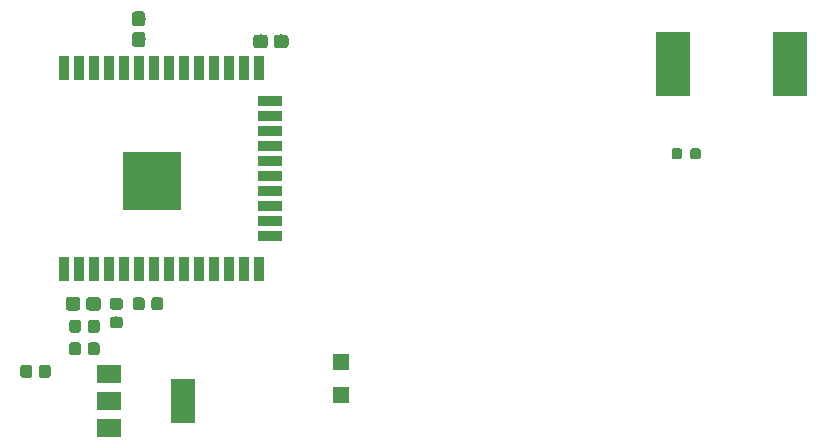
<source format=gbr>
G04 #@! TF.GenerationSoftware,KiCad,Pcbnew,5.1.4+dfsg1-1*
G04 #@! TF.CreationDate,2020-01-07T17:42:00+09:00*
G04 #@! TF.ProjectId,Drone,44726f6e-652e-46b6-9963-61645f706362,rev?*
G04 #@! TF.SameCoordinates,Original*
G04 #@! TF.FileFunction,Paste,Top*
G04 #@! TF.FilePolarity,Positive*
%FSLAX46Y46*%
G04 Gerber Fmt 4.6, Leading zero omitted, Abs format (unit mm)*
G04 Created by KiCad (PCBNEW 5.1.4+dfsg1-1) date 2020-01-07 17:42:00*
%MOMM*%
%LPD*%
G04 APERTURE LIST*
%ADD10R,0.900000X2.000000*%
%ADD11R,2.000000X0.900000*%
%ADD12R,5.000000X5.000000*%
%ADD13C,0.100000*%
%ADD14C,1.150000*%
%ADD15C,1.000000*%
%ADD16R,2.000000X1.500000*%
%ADD17R,2.000000X3.800000*%
%ADD18R,1.400000X1.400000*%
%ADD19R,2.900000X5.400000*%
%ADD20C,0.875000*%
G04 APERTURE END LIST*
D10*
X99695000Y-94370000D03*
X100965000Y-94370000D03*
X102235000Y-94370000D03*
X103505000Y-94370000D03*
X104775000Y-94370000D03*
X106045000Y-94370000D03*
X107315000Y-94370000D03*
X108585000Y-94370000D03*
X109855000Y-94370000D03*
X111125000Y-94370000D03*
X112395000Y-94370000D03*
X113665000Y-94370000D03*
X114935000Y-94370000D03*
X116205000Y-94370000D03*
D11*
X117205000Y-97155000D03*
X117205000Y-98425000D03*
X117205000Y-99695000D03*
X117205000Y-100965000D03*
X117205000Y-102235000D03*
X117205000Y-103505000D03*
X117205000Y-104775000D03*
X117205000Y-106045000D03*
X117205000Y-107315000D03*
X117205000Y-108585000D03*
D10*
X116205000Y-111370000D03*
X114935000Y-111370000D03*
X113665000Y-111370000D03*
X112395000Y-111370000D03*
X111125000Y-111370000D03*
X109855000Y-111370000D03*
X108585000Y-111370000D03*
X107315000Y-111370000D03*
X106045000Y-111370000D03*
X104775000Y-111370000D03*
X103505000Y-111370000D03*
X102235000Y-111370000D03*
X100965000Y-111370000D03*
X99695000Y-111370000D03*
D12*
X107195000Y-103870000D03*
D13*
G36*
X100850680Y-113726384D02*
G01*
X100878588Y-113730524D01*
X100905957Y-113737380D01*
X100932521Y-113746885D01*
X100958027Y-113758948D01*
X100982226Y-113773452D01*
X101004888Y-113790259D01*
X101025793Y-113809207D01*
X101044741Y-113830112D01*
X101061548Y-113852774D01*
X101076052Y-113876973D01*
X101088115Y-113902479D01*
X101097620Y-113929043D01*
X101104476Y-113956412D01*
X101108616Y-113984320D01*
X101110000Y-114012500D01*
X101110000Y-114587500D01*
X101108616Y-114615680D01*
X101104476Y-114643588D01*
X101097620Y-114670957D01*
X101088115Y-114697521D01*
X101076052Y-114723027D01*
X101061548Y-114747226D01*
X101044741Y-114769888D01*
X101025793Y-114790793D01*
X101004888Y-114809741D01*
X100982226Y-114826548D01*
X100958027Y-114841052D01*
X100932521Y-114853115D01*
X100905957Y-114862620D01*
X100878588Y-114869476D01*
X100850680Y-114873616D01*
X100822500Y-114875000D01*
X100147500Y-114875000D01*
X100119320Y-114873616D01*
X100091412Y-114869476D01*
X100064043Y-114862620D01*
X100037479Y-114853115D01*
X100011973Y-114841052D01*
X99987774Y-114826548D01*
X99965112Y-114809741D01*
X99944207Y-114790793D01*
X99925259Y-114769888D01*
X99908452Y-114747226D01*
X99893948Y-114723027D01*
X99881885Y-114697521D01*
X99872380Y-114670957D01*
X99865524Y-114643588D01*
X99861384Y-114615680D01*
X99860000Y-114587500D01*
X99860000Y-114012500D01*
X99861384Y-113984320D01*
X99865524Y-113956412D01*
X99872380Y-113929043D01*
X99881885Y-113902479D01*
X99893948Y-113876973D01*
X99908452Y-113852774D01*
X99925259Y-113830112D01*
X99944207Y-113809207D01*
X99965112Y-113790259D01*
X99987774Y-113773452D01*
X100011973Y-113758948D01*
X100037479Y-113746885D01*
X100064043Y-113737380D01*
X100091412Y-113730524D01*
X100119320Y-113726384D01*
X100147500Y-113725000D01*
X100822500Y-113725000D01*
X100850680Y-113726384D01*
X100850680Y-113726384D01*
G37*
D14*
X100485000Y-114300000D03*
D13*
G36*
X102600680Y-113726384D02*
G01*
X102628588Y-113730524D01*
X102655957Y-113737380D01*
X102682521Y-113746885D01*
X102708027Y-113758948D01*
X102732226Y-113773452D01*
X102754888Y-113790259D01*
X102775793Y-113809207D01*
X102794741Y-113830112D01*
X102811548Y-113852774D01*
X102826052Y-113876973D01*
X102838115Y-113902479D01*
X102847620Y-113929043D01*
X102854476Y-113956412D01*
X102858616Y-113984320D01*
X102860000Y-114012500D01*
X102860000Y-114587500D01*
X102858616Y-114615680D01*
X102854476Y-114643588D01*
X102847620Y-114670957D01*
X102838115Y-114697521D01*
X102826052Y-114723027D01*
X102811548Y-114747226D01*
X102794741Y-114769888D01*
X102775793Y-114790793D01*
X102754888Y-114809741D01*
X102732226Y-114826548D01*
X102708027Y-114841052D01*
X102682521Y-114853115D01*
X102655957Y-114862620D01*
X102628588Y-114869476D01*
X102600680Y-114873616D01*
X102572500Y-114875000D01*
X101897500Y-114875000D01*
X101869320Y-114873616D01*
X101841412Y-114869476D01*
X101814043Y-114862620D01*
X101787479Y-114853115D01*
X101761973Y-114841052D01*
X101737774Y-114826548D01*
X101715112Y-114809741D01*
X101694207Y-114790793D01*
X101675259Y-114769888D01*
X101658452Y-114747226D01*
X101643948Y-114723027D01*
X101631885Y-114697521D01*
X101622380Y-114670957D01*
X101615524Y-114643588D01*
X101611384Y-114615680D01*
X101610000Y-114587500D01*
X101610000Y-114012500D01*
X101611384Y-113984320D01*
X101615524Y-113956412D01*
X101622380Y-113929043D01*
X101631885Y-113902479D01*
X101643948Y-113876973D01*
X101658452Y-113852774D01*
X101675259Y-113830112D01*
X101694207Y-113809207D01*
X101715112Y-113790259D01*
X101737774Y-113773452D01*
X101761973Y-113758948D01*
X101787479Y-113746885D01*
X101814043Y-113737380D01*
X101841412Y-113730524D01*
X101869320Y-113726384D01*
X101897500Y-113725000D01*
X102572500Y-113725000D01*
X102600680Y-113726384D01*
X102600680Y-113726384D01*
G37*
D14*
X102235000Y-114300000D03*
D13*
G36*
X102509504Y-117561204D02*
G01*
X102533773Y-117564804D01*
X102557571Y-117570765D01*
X102580671Y-117579030D01*
X102602849Y-117589520D01*
X102623893Y-117602133D01*
X102643598Y-117616747D01*
X102661777Y-117633223D01*
X102678253Y-117651402D01*
X102692867Y-117671107D01*
X102705480Y-117692151D01*
X102715970Y-117714329D01*
X102724235Y-117737429D01*
X102730196Y-117761227D01*
X102733796Y-117785496D01*
X102735000Y-117810000D01*
X102735000Y-118410000D01*
X102733796Y-118434504D01*
X102730196Y-118458773D01*
X102724235Y-118482571D01*
X102715970Y-118505671D01*
X102705480Y-118527849D01*
X102692867Y-118548893D01*
X102678253Y-118568598D01*
X102661777Y-118586777D01*
X102643598Y-118603253D01*
X102623893Y-118617867D01*
X102602849Y-118630480D01*
X102580671Y-118640970D01*
X102557571Y-118649235D01*
X102533773Y-118655196D01*
X102509504Y-118658796D01*
X102485000Y-118660000D01*
X101985000Y-118660000D01*
X101960496Y-118658796D01*
X101936227Y-118655196D01*
X101912429Y-118649235D01*
X101889329Y-118640970D01*
X101867151Y-118630480D01*
X101846107Y-118617867D01*
X101826402Y-118603253D01*
X101808223Y-118586777D01*
X101791747Y-118568598D01*
X101777133Y-118548893D01*
X101764520Y-118527849D01*
X101754030Y-118505671D01*
X101745765Y-118482571D01*
X101739804Y-118458773D01*
X101736204Y-118434504D01*
X101735000Y-118410000D01*
X101735000Y-117810000D01*
X101736204Y-117785496D01*
X101739804Y-117761227D01*
X101745765Y-117737429D01*
X101754030Y-117714329D01*
X101764520Y-117692151D01*
X101777133Y-117671107D01*
X101791747Y-117651402D01*
X101808223Y-117633223D01*
X101826402Y-117616747D01*
X101846107Y-117602133D01*
X101867151Y-117589520D01*
X101889329Y-117579030D01*
X101912429Y-117570765D01*
X101936227Y-117564804D01*
X101960496Y-117561204D01*
X101985000Y-117560000D01*
X102485000Y-117560000D01*
X102509504Y-117561204D01*
X102509504Y-117561204D01*
G37*
D15*
X102235000Y-118110000D03*
D13*
G36*
X100934504Y-117561204D02*
G01*
X100958773Y-117564804D01*
X100982571Y-117570765D01*
X101005671Y-117579030D01*
X101027849Y-117589520D01*
X101048893Y-117602133D01*
X101068598Y-117616747D01*
X101086777Y-117633223D01*
X101103253Y-117651402D01*
X101117867Y-117671107D01*
X101130480Y-117692151D01*
X101140970Y-117714329D01*
X101149235Y-117737429D01*
X101155196Y-117761227D01*
X101158796Y-117785496D01*
X101160000Y-117810000D01*
X101160000Y-118410000D01*
X101158796Y-118434504D01*
X101155196Y-118458773D01*
X101149235Y-118482571D01*
X101140970Y-118505671D01*
X101130480Y-118527849D01*
X101117867Y-118548893D01*
X101103253Y-118568598D01*
X101086777Y-118586777D01*
X101068598Y-118603253D01*
X101048893Y-118617867D01*
X101027849Y-118630480D01*
X101005671Y-118640970D01*
X100982571Y-118649235D01*
X100958773Y-118655196D01*
X100934504Y-118658796D01*
X100910000Y-118660000D01*
X100410000Y-118660000D01*
X100385496Y-118658796D01*
X100361227Y-118655196D01*
X100337429Y-118649235D01*
X100314329Y-118640970D01*
X100292151Y-118630480D01*
X100271107Y-118617867D01*
X100251402Y-118603253D01*
X100233223Y-118586777D01*
X100216747Y-118568598D01*
X100202133Y-118548893D01*
X100189520Y-118527849D01*
X100179030Y-118505671D01*
X100170765Y-118482571D01*
X100164804Y-118458773D01*
X100161204Y-118434504D01*
X100160000Y-118410000D01*
X100160000Y-117810000D01*
X100161204Y-117785496D01*
X100164804Y-117761227D01*
X100170765Y-117737429D01*
X100179030Y-117714329D01*
X100189520Y-117692151D01*
X100202133Y-117671107D01*
X100216747Y-117651402D01*
X100233223Y-117633223D01*
X100251402Y-117616747D01*
X100271107Y-117602133D01*
X100292151Y-117589520D01*
X100314329Y-117579030D01*
X100337429Y-117570765D01*
X100361227Y-117564804D01*
X100385496Y-117561204D01*
X100410000Y-117560000D01*
X100910000Y-117560000D01*
X100934504Y-117561204D01*
X100934504Y-117561204D01*
G37*
D15*
X100660000Y-118110000D03*
D13*
G36*
X100934504Y-115656204D02*
G01*
X100958773Y-115659804D01*
X100982571Y-115665765D01*
X101005671Y-115674030D01*
X101027849Y-115684520D01*
X101048893Y-115697133D01*
X101068598Y-115711747D01*
X101086777Y-115728223D01*
X101103253Y-115746402D01*
X101117867Y-115766107D01*
X101130480Y-115787151D01*
X101140970Y-115809329D01*
X101149235Y-115832429D01*
X101155196Y-115856227D01*
X101158796Y-115880496D01*
X101160000Y-115905000D01*
X101160000Y-116505000D01*
X101158796Y-116529504D01*
X101155196Y-116553773D01*
X101149235Y-116577571D01*
X101140970Y-116600671D01*
X101130480Y-116622849D01*
X101117867Y-116643893D01*
X101103253Y-116663598D01*
X101086777Y-116681777D01*
X101068598Y-116698253D01*
X101048893Y-116712867D01*
X101027849Y-116725480D01*
X101005671Y-116735970D01*
X100982571Y-116744235D01*
X100958773Y-116750196D01*
X100934504Y-116753796D01*
X100910000Y-116755000D01*
X100410000Y-116755000D01*
X100385496Y-116753796D01*
X100361227Y-116750196D01*
X100337429Y-116744235D01*
X100314329Y-116735970D01*
X100292151Y-116725480D01*
X100271107Y-116712867D01*
X100251402Y-116698253D01*
X100233223Y-116681777D01*
X100216747Y-116663598D01*
X100202133Y-116643893D01*
X100189520Y-116622849D01*
X100179030Y-116600671D01*
X100170765Y-116577571D01*
X100164804Y-116553773D01*
X100161204Y-116529504D01*
X100160000Y-116505000D01*
X100160000Y-115905000D01*
X100161204Y-115880496D01*
X100164804Y-115856227D01*
X100170765Y-115832429D01*
X100179030Y-115809329D01*
X100189520Y-115787151D01*
X100202133Y-115766107D01*
X100216747Y-115746402D01*
X100233223Y-115728223D01*
X100251402Y-115711747D01*
X100271107Y-115697133D01*
X100292151Y-115684520D01*
X100314329Y-115674030D01*
X100337429Y-115665765D01*
X100361227Y-115659804D01*
X100385496Y-115656204D01*
X100410000Y-115655000D01*
X100910000Y-115655000D01*
X100934504Y-115656204D01*
X100934504Y-115656204D01*
G37*
D15*
X100660000Y-116205000D03*
D13*
G36*
X102509504Y-115656204D02*
G01*
X102533773Y-115659804D01*
X102557571Y-115665765D01*
X102580671Y-115674030D01*
X102602849Y-115684520D01*
X102623893Y-115697133D01*
X102643598Y-115711747D01*
X102661777Y-115728223D01*
X102678253Y-115746402D01*
X102692867Y-115766107D01*
X102705480Y-115787151D01*
X102715970Y-115809329D01*
X102724235Y-115832429D01*
X102730196Y-115856227D01*
X102733796Y-115880496D01*
X102735000Y-115905000D01*
X102735000Y-116505000D01*
X102733796Y-116529504D01*
X102730196Y-116553773D01*
X102724235Y-116577571D01*
X102715970Y-116600671D01*
X102705480Y-116622849D01*
X102692867Y-116643893D01*
X102678253Y-116663598D01*
X102661777Y-116681777D01*
X102643598Y-116698253D01*
X102623893Y-116712867D01*
X102602849Y-116725480D01*
X102580671Y-116735970D01*
X102557571Y-116744235D01*
X102533773Y-116750196D01*
X102509504Y-116753796D01*
X102485000Y-116755000D01*
X101985000Y-116755000D01*
X101960496Y-116753796D01*
X101936227Y-116750196D01*
X101912429Y-116744235D01*
X101889329Y-116735970D01*
X101867151Y-116725480D01*
X101846107Y-116712867D01*
X101826402Y-116698253D01*
X101808223Y-116681777D01*
X101791747Y-116663598D01*
X101777133Y-116643893D01*
X101764520Y-116622849D01*
X101754030Y-116600671D01*
X101745765Y-116577571D01*
X101739804Y-116553773D01*
X101736204Y-116529504D01*
X101735000Y-116505000D01*
X101735000Y-115905000D01*
X101736204Y-115880496D01*
X101739804Y-115856227D01*
X101745765Y-115832429D01*
X101754030Y-115809329D01*
X101764520Y-115787151D01*
X101777133Y-115766107D01*
X101791747Y-115746402D01*
X101808223Y-115728223D01*
X101826402Y-115711747D01*
X101846107Y-115697133D01*
X101867151Y-115684520D01*
X101889329Y-115674030D01*
X101912429Y-115665765D01*
X101936227Y-115659804D01*
X101960496Y-115656204D01*
X101985000Y-115655000D01*
X102485000Y-115655000D01*
X102509504Y-115656204D01*
X102509504Y-115656204D01*
G37*
D15*
X102235000Y-116205000D03*
D13*
G36*
X107894504Y-113751204D02*
G01*
X107918773Y-113754804D01*
X107942571Y-113760765D01*
X107965671Y-113769030D01*
X107987849Y-113779520D01*
X108008893Y-113792133D01*
X108028598Y-113806747D01*
X108046777Y-113823223D01*
X108063253Y-113841402D01*
X108077867Y-113861107D01*
X108090480Y-113882151D01*
X108100970Y-113904329D01*
X108109235Y-113927429D01*
X108115196Y-113951227D01*
X108118796Y-113975496D01*
X108120000Y-114000000D01*
X108120000Y-114600000D01*
X108118796Y-114624504D01*
X108115196Y-114648773D01*
X108109235Y-114672571D01*
X108100970Y-114695671D01*
X108090480Y-114717849D01*
X108077867Y-114738893D01*
X108063253Y-114758598D01*
X108046777Y-114776777D01*
X108028598Y-114793253D01*
X108008893Y-114807867D01*
X107987849Y-114820480D01*
X107965671Y-114830970D01*
X107942571Y-114839235D01*
X107918773Y-114845196D01*
X107894504Y-114848796D01*
X107870000Y-114850000D01*
X107370000Y-114850000D01*
X107345496Y-114848796D01*
X107321227Y-114845196D01*
X107297429Y-114839235D01*
X107274329Y-114830970D01*
X107252151Y-114820480D01*
X107231107Y-114807867D01*
X107211402Y-114793253D01*
X107193223Y-114776777D01*
X107176747Y-114758598D01*
X107162133Y-114738893D01*
X107149520Y-114717849D01*
X107139030Y-114695671D01*
X107130765Y-114672571D01*
X107124804Y-114648773D01*
X107121204Y-114624504D01*
X107120000Y-114600000D01*
X107120000Y-114000000D01*
X107121204Y-113975496D01*
X107124804Y-113951227D01*
X107130765Y-113927429D01*
X107139030Y-113904329D01*
X107149520Y-113882151D01*
X107162133Y-113861107D01*
X107176747Y-113841402D01*
X107193223Y-113823223D01*
X107211402Y-113806747D01*
X107231107Y-113792133D01*
X107252151Y-113779520D01*
X107274329Y-113769030D01*
X107297429Y-113760765D01*
X107321227Y-113754804D01*
X107345496Y-113751204D01*
X107370000Y-113750000D01*
X107870000Y-113750000D01*
X107894504Y-113751204D01*
X107894504Y-113751204D01*
G37*
D15*
X107620000Y-114300000D03*
D13*
G36*
X106319504Y-113751204D02*
G01*
X106343773Y-113754804D01*
X106367571Y-113760765D01*
X106390671Y-113769030D01*
X106412849Y-113779520D01*
X106433893Y-113792133D01*
X106453598Y-113806747D01*
X106471777Y-113823223D01*
X106488253Y-113841402D01*
X106502867Y-113861107D01*
X106515480Y-113882151D01*
X106525970Y-113904329D01*
X106534235Y-113927429D01*
X106540196Y-113951227D01*
X106543796Y-113975496D01*
X106545000Y-114000000D01*
X106545000Y-114600000D01*
X106543796Y-114624504D01*
X106540196Y-114648773D01*
X106534235Y-114672571D01*
X106525970Y-114695671D01*
X106515480Y-114717849D01*
X106502867Y-114738893D01*
X106488253Y-114758598D01*
X106471777Y-114776777D01*
X106453598Y-114793253D01*
X106433893Y-114807867D01*
X106412849Y-114820480D01*
X106390671Y-114830970D01*
X106367571Y-114839235D01*
X106343773Y-114845196D01*
X106319504Y-114848796D01*
X106295000Y-114850000D01*
X105795000Y-114850000D01*
X105770496Y-114848796D01*
X105746227Y-114845196D01*
X105722429Y-114839235D01*
X105699329Y-114830970D01*
X105677151Y-114820480D01*
X105656107Y-114807867D01*
X105636402Y-114793253D01*
X105618223Y-114776777D01*
X105601747Y-114758598D01*
X105587133Y-114738893D01*
X105574520Y-114717849D01*
X105564030Y-114695671D01*
X105555765Y-114672571D01*
X105549804Y-114648773D01*
X105546204Y-114624504D01*
X105545000Y-114600000D01*
X105545000Y-114000000D01*
X105546204Y-113975496D01*
X105549804Y-113951227D01*
X105555765Y-113927429D01*
X105564030Y-113904329D01*
X105574520Y-113882151D01*
X105587133Y-113861107D01*
X105601747Y-113841402D01*
X105618223Y-113823223D01*
X105636402Y-113806747D01*
X105656107Y-113792133D01*
X105677151Y-113779520D01*
X105699329Y-113769030D01*
X105722429Y-113760765D01*
X105746227Y-113754804D01*
X105770496Y-113751204D01*
X105795000Y-113750000D01*
X106295000Y-113750000D01*
X106319504Y-113751204D01*
X106319504Y-113751204D01*
G37*
D15*
X106045000Y-114300000D03*
D13*
G36*
X104464504Y-115376204D02*
G01*
X104488773Y-115379804D01*
X104512571Y-115385765D01*
X104535671Y-115394030D01*
X104557849Y-115404520D01*
X104578893Y-115417133D01*
X104598598Y-115431747D01*
X104616777Y-115448223D01*
X104633253Y-115466402D01*
X104647867Y-115486107D01*
X104660480Y-115507151D01*
X104670970Y-115529329D01*
X104679235Y-115552429D01*
X104685196Y-115576227D01*
X104688796Y-115600496D01*
X104690000Y-115625000D01*
X104690000Y-116125000D01*
X104688796Y-116149504D01*
X104685196Y-116173773D01*
X104679235Y-116197571D01*
X104670970Y-116220671D01*
X104660480Y-116242849D01*
X104647867Y-116263893D01*
X104633253Y-116283598D01*
X104616777Y-116301777D01*
X104598598Y-116318253D01*
X104578893Y-116332867D01*
X104557849Y-116345480D01*
X104535671Y-116355970D01*
X104512571Y-116364235D01*
X104488773Y-116370196D01*
X104464504Y-116373796D01*
X104440000Y-116375000D01*
X103840000Y-116375000D01*
X103815496Y-116373796D01*
X103791227Y-116370196D01*
X103767429Y-116364235D01*
X103744329Y-116355970D01*
X103722151Y-116345480D01*
X103701107Y-116332867D01*
X103681402Y-116318253D01*
X103663223Y-116301777D01*
X103646747Y-116283598D01*
X103632133Y-116263893D01*
X103619520Y-116242849D01*
X103609030Y-116220671D01*
X103600765Y-116197571D01*
X103594804Y-116173773D01*
X103591204Y-116149504D01*
X103590000Y-116125000D01*
X103590000Y-115625000D01*
X103591204Y-115600496D01*
X103594804Y-115576227D01*
X103600765Y-115552429D01*
X103609030Y-115529329D01*
X103619520Y-115507151D01*
X103632133Y-115486107D01*
X103646747Y-115466402D01*
X103663223Y-115448223D01*
X103681402Y-115431747D01*
X103701107Y-115417133D01*
X103722151Y-115404520D01*
X103744329Y-115394030D01*
X103767429Y-115385765D01*
X103791227Y-115379804D01*
X103815496Y-115376204D01*
X103840000Y-115375000D01*
X104440000Y-115375000D01*
X104464504Y-115376204D01*
X104464504Y-115376204D01*
G37*
D15*
X104140000Y-115875000D03*
D13*
G36*
X104464504Y-113801204D02*
G01*
X104488773Y-113804804D01*
X104512571Y-113810765D01*
X104535671Y-113819030D01*
X104557849Y-113829520D01*
X104578893Y-113842133D01*
X104598598Y-113856747D01*
X104616777Y-113873223D01*
X104633253Y-113891402D01*
X104647867Y-113911107D01*
X104660480Y-113932151D01*
X104670970Y-113954329D01*
X104679235Y-113977429D01*
X104685196Y-114001227D01*
X104688796Y-114025496D01*
X104690000Y-114050000D01*
X104690000Y-114550000D01*
X104688796Y-114574504D01*
X104685196Y-114598773D01*
X104679235Y-114622571D01*
X104670970Y-114645671D01*
X104660480Y-114667849D01*
X104647867Y-114688893D01*
X104633253Y-114708598D01*
X104616777Y-114726777D01*
X104598598Y-114743253D01*
X104578893Y-114757867D01*
X104557849Y-114770480D01*
X104535671Y-114780970D01*
X104512571Y-114789235D01*
X104488773Y-114795196D01*
X104464504Y-114798796D01*
X104440000Y-114800000D01*
X103840000Y-114800000D01*
X103815496Y-114798796D01*
X103791227Y-114795196D01*
X103767429Y-114789235D01*
X103744329Y-114780970D01*
X103722151Y-114770480D01*
X103701107Y-114757867D01*
X103681402Y-114743253D01*
X103663223Y-114726777D01*
X103646747Y-114708598D01*
X103632133Y-114688893D01*
X103619520Y-114667849D01*
X103609030Y-114645671D01*
X103600765Y-114622571D01*
X103594804Y-114598773D01*
X103591204Y-114574504D01*
X103590000Y-114550000D01*
X103590000Y-114050000D01*
X103591204Y-114025496D01*
X103594804Y-114001227D01*
X103600765Y-113977429D01*
X103609030Y-113954329D01*
X103619520Y-113932151D01*
X103632133Y-113911107D01*
X103646747Y-113891402D01*
X103663223Y-113873223D01*
X103681402Y-113856747D01*
X103701107Y-113842133D01*
X103722151Y-113829520D01*
X103744329Y-113819030D01*
X103767429Y-113810765D01*
X103791227Y-113804804D01*
X103815496Y-113801204D01*
X103840000Y-113800000D01*
X104440000Y-113800000D01*
X104464504Y-113801204D01*
X104464504Y-113801204D01*
G37*
D15*
X104140000Y-114300000D03*
D13*
G36*
X116725680Y-91501384D02*
G01*
X116753588Y-91505524D01*
X116780957Y-91512380D01*
X116807521Y-91521885D01*
X116833027Y-91533948D01*
X116857226Y-91548452D01*
X116879888Y-91565259D01*
X116900793Y-91584207D01*
X116919741Y-91605112D01*
X116936548Y-91627774D01*
X116951052Y-91651973D01*
X116963115Y-91677479D01*
X116972620Y-91704043D01*
X116979476Y-91731412D01*
X116983616Y-91759320D01*
X116985000Y-91787500D01*
X116985000Y-92362500D01*
X116983616Y-92390680D01*
X116979476Y-92418588D01*
X116972620Y-92445957D01*
X116963115Y-92472521D01*
X116951052Y-92498027D01*
X116936548Y-92522226D01*
X116919741Y-92544888D01*
X116900793Y-92565793D01*
X116879888Y-92584741D01*
X116857226Y-92601548D01*
X116833027Y-92616052D01*
X116807521Y-92628115D01*
X116780957Y-92637620D01*
X116753588Y-92644476D01*
X116725680Y-92648616D01*
X116697500Y-92650000D01*
X116022500Y-92650000D01*
X115994320Y-92648616D01*
X115966412Y-92644476D01*
X115939043Y-92637620D01*
X115912479Y-92628115D01*
X115886973Y-92616052D01*
X115862774Y-92601548D01*
X115840112Y-92584741D01*
X115819207Y-92565793D01*
X115800259Y-92544888D01*
X115783452Y-92522226D01*
X115768948Y-92498027D01*
X115756885Y-92472521D01*
X115747380Y-92445957D01*
X115740524Y-92418588D01*
X115736384Y-92390680D01*
X115735000Y-92362500D01*
X115735000Y-91787500D01*
X115736384Y-91759320D01*
X115740524Y-91731412D01*
X115747380Y-91704043D01*
X115756885Y-91677479D01*
X115768948Y-91651973D01*
X115783452Y-91627774D01*
X115800259Y-91605112D01*
X115819207Y-91584207D01*
X115840112Y-91565259D01*
X115862774Y-91548452D01*
X115886973Y-91533948D01*
X115912479Y-91521885D01*
X115939043Y-91512380D01*
X115966412Y-91505524D01*
X115994320Y-91501384D01*
X116022500Y-91500000D01*
X116697500Y-91500000D01*
X116725680Y-91501384D01*
X116725680Y-91501384D01*
G37*
D14*
X116360000Y-92075000D03*
D13*
G36*
X118475680Y-91501384D02*
G01*
X118503588Y-91505524D01*
X118530957Y-91512380D01*
X118557521Y-91521885D01*
X118583027Y-91533948D01*
X118607226Y-91548452D01*
X118629888Y-91565259D01*
X118650793Y-91584207D01*
X118669741Y-91605112D01*
X118686548Y-91627774D01*
X118701052Y-91651973D01*
X118713115Y-91677479D01*
X118722620Y-91704043D01*
X118729476Y-91731412D01*
X118733616Y-91759320D01*
X118735000Y-91787500D01*
X118735000Y-92362500D01*
X118733616Y-92390680D01*
X118729476Y-92418588D01*
X118722620Y-92445957D01*
X118713115Y-92472521D01*
X118701052Y-92498027D01*
X118686548Y-92522226D01*
X118669741Y-92544888D01*
X118650793Y-92565793D01*
X118629888Y-92584741D01*
X118607226Y-92601548D01*
X118583027Y-92616052D01*
X118557521Y-92628115D01*
X118530957Y-92637620D01*
X118503588Y-92644476D01*
X118475680Y-92648616D01*
X118447500Y-92650000D01*
X117772500Y-92650000D01*
X117744320Y-92648616D01*
X117716412Y-92644476D01*
X117689043Y-92637620D01*
X117662479Y-92628115D01*
X117636973Y-92616052D01*
X117612774Y-92601548D01*
X117590112Y-92584741D01*
X117569207Y-92565793D01*
X117550259Y-92544888D01*
X117533452Y-92522226D01*
X117518948Y-92498027D01*
X117506885Y-92472521D01*
X117497380Y-92445957D01*
X117490524Y-92418588D01*
X117486384Y-92390680D01*
X117485000Y-92362500D01*
X117485000Y-91787500D01*
X117486384Y-91759320D01*
X117490524Y-91731412D01*
X117497380Y-91704043D01*
X117506885Y-91677479D01*
X117518948Y-91651973D01*
X117533452Y-91627774D01*
X117550259Y-91605112D01*
X117569207Y-91584207D01*
X117590112Y-91565259D01*
X117612774Y-91548452D01*
X117636973Y-91533948D01*
X117662479Y-91521885D01*
X117689043Y-91512380D01*
X117716412Y-91505524D01*
X117744320Y-91501384D01*
X117772500Y-91500000D01*
X118447500Y-91500000D01*
X118475680Y-91501384D01*
X118475680Y-91501384D01*
G37*
D14*
X118110000Y-92075000D03*
D16*
X103530000Y-120255000D03*
X103530000Y-124855000D03*
X103530000Y-122555000D03*
D17*
X109830000Y-122555000D03*
D18*
X123190000Y-122050000D03*
X123190000Y-119250000D03*
D13*
G36*
X96794504Y-119466204D02*
G01*
X96818773Y-119469804D01*
X96842571Y-119475765D01*
X96865671Y-119484030D01*
X96887849Y-119494520D01*
X96908893Y-119507133D01*
X96928598Y-119521747D01*
X96946777Y-119538223D01*
X96963253Y-119556402D01*
X96977867Y-119576107D01*
X96990480Y-119597151D01*
X97000970Y-119619329D01*
X97009235Y-119642429D01*
X97015196Y-119666227D01*
X97018796Y-119690496D01*
X97020000Y-119715000D01*
X97020000Y-120315000D01*
X97018796Y-120339504D01*
X97015196Y-120363773D01*
X97009235Y-120387571D01*
X97000970Y-120410671D01*
X96990480Y-120432849D01*
X96977867Y-120453893D01*
X96963253Y-120473598D01*
X96946777Y-120491777D01*
X96928598Y-120508253D01*
X96908893Y-120522867D01*
X96887849Y-120535480D01*
X96865671Y-120545970D01*
X96842571Y-120554235D01*
X96818773Y-120560196D01*
X96794504Y-120563796D01*
X96770000Y-120565000D01*
X96270000Y-120565000D01*
X96245496Y-120563796D01*
X96221227Y-120560196D01*
X96197429Y-120554235D01*
X96174329Y-120545970D01*
X96152151Y-120535480D01*
X96131107Y-120522867D01*
X96111402Y-120508253D01*
X96093223Y-120491777D01*
X96076747Y-120473598D01*
X96062133Y-120453893D01*
X96049520Y-120432849D01*
X96039030Y-120410671D01*
X96030765Y-120387571D01*
X96024804Y-120363773D01*
X96021204Y-120339504D01*
X96020000Y-120315000D01*
X96020000Y-119715000D01*
X96021204Y-119690496D01*
X96024804Y-119666227D01*
X96030765Y-119642429D01*
X96039030Y-119619329D01*
X96049520Y-119597151D01*
X96062133Y-119576107D01*
X96076747Y-119556402D01*
X96093223Y-119538223D01*
X96111402Y-119521747D01*
X96131107Y-119507133D01*
X96152151Y-119494520D01*
X96174329Y-119484030D01*
X96197429Y-119475765D01*
X96221227Y-119469804D01*
X96245496Y-119466204D01*
X96270000Y-119465000D01*
X96770000Y-119465000D01*
X96794504Y-119466204D01*
X96794504Y-119466204D01*
G37*
D15*
X96520000Y-120015000D03*
D13*
G36*
X98369504Y-119466204D02*
G01*
X98393773Y-119469804D01*
X98417571Y-119475765D01*
X98440671Y-119484030D01*
X98462849Y-119494520D01*
X98483893Y-119507133D01*
X98503598Y-119521747D01*
X98521777Y-119538223D01*
X98538253Y-119556402D01*
X98552867Y-119576107D01*
X98565480Y-119597151D01*
X98575970Y-119619329D01*
X98584235Y-119642429D01*
X98590196Y-119666227D01*
X98593796Y-119690496D01*
X98595000Y-119715000D01*
X98595000Y-120315000D01*
X98593796Y-120339504D01*
X98590196Y-120363773D01*
X98584235Y-120387571D01*
X98575970Y-120410671D01*
X98565480Y-120432849D01*
X98552867Y-120453893D01*
X98538253Y-120473598D01*
X98521777Y-120491777D01*
X98503598Y-120508253D01*
X98483893Y-120522867D01*
X98462849Y-120535480D01*
X98440671Y-120545970D01*
X98417571Y-120554235D01*
X98393773Y-120560196D01*
X98369504Y-120563796D01*
X98345000Y-120565000D01*
X97845000Y-120565000D01*
X97820496Y-120563796D01*
X97796227Y-120560196D01*
X97772429Y-120554235D01*
X97749329Y-120545970D01*
X97727151Y-120535480D01*
X97706107Y-120522867D01*
X97686402Y-120508253D01*
X97668223Y-120491777D01*
X97651747Y-120473598D01*
X97637133Y-120453893D01*
X97624520Y-120432849D01*
X97614030Y-120410671D01*
X97605765Y-120387571D01*
X97599804Y-120363773D01*
X97596204Y-120339504D01*
X97595000Y-120315000D01*
X97595000Y-119715000D01*
X97596204Y-119690496D01*
X97599804Y-119666227D01*
X97605765Y-119642429D01*
X97614030Y-119619329D01*
X97624520Y-119597151D01*
X97637133Y-119576107D01*
X97651747Y-119556402D01*
X97668223Y-119538223D01*
X97686402Y-119521747D01*
X97706107Y-119507133D01*
X97727151Y-119494520D01*
X97749329Y-119484030D01*
X97772429Y-119475765D01*
X97796227Y-119469804D01*
X97820496Y-119466204D01*
X97845000Y-119465000D01*
X98345000Y-119465000D01*
X98369504Y-119466204D01*
X98369504Y-119466204D01*
G37*
D15*
X98095000Y-120015000D03*
D19*
X151260000Y-93980000D03*
X161160000Y-93980000D03*
D13*
G36*
X151852691Y-101126053D02*
G01*
X151873926Y-101129203D01*
X151894750Y-101134419D01*
X151914962Y-101141651D01*
X151934368Y-101150830D01*
X151952781Y-101161866D01*
X151970024Y-101174654D01*
X151985930Y-101189070D01*
X152000346Y-101204976D01*
X152013134Y-101222219D01*
X152024170Y-101240632D01*
X152033349Y-101260038D01*
X152040581Y-101280250D01*
X152045797Y-101301074D01*
X152048947Y-101322309D01*
X152050000Y-101343750D01*
X152050000Y-101856250D01*
X152048947Y-101877691D01*
X152045797Y-101898926D01*
X152040581Y-101919750D01*
X152033349Y-101939962D01*
X152024170Y-101959368D01*
X152013134Y-101977781D01*
X152000346Y-101995024D01*
X151985930Y-102010930D01*
X151970024Y-102025346D01*
X151952781Y-102038134D01*
X151934368Y-102049170D01*
X151914962Y-102058349D01*
X151894750Y-102065581D01*
X151873926Y-102070797D01*
X151852691Y-102073947D01*
X151831250Y-102075000D01*
X151393750Y-102075000D01*
X151372309Y-102073947D01*
X151351074Y-102070797D01*
X151330250Y-102065581D01*
X151310038Y-102058349D01*
X151290632Y-102049170D01*
X151272219Y-102038134D01*
X151254976Y-102025346D01*
X151239070Y-102010930D01*
X151224654Y-101995024D01*
X151211866Y-101977781D01*
X151200830Y-101959368D01*
X151191651Y-101939962D01*
X151184419Y-101919750D01*
X151179203Y-101898926D01*
X151176053Y-101877691D01*
X151175000Y-101856250D01*
X151175000Y-101343750D01*
X151176053Y-101322309D01*
X151179203Y-101301074D01*
X151184419Y-101280250D01*
X151191651Y-101260038D01*
X151200830Y-101240632D01*
X151211866Y-101222219D01*
X151224654Y-101204976D01*
X151239070Y-101189070D01*
X151254976Y-101174654D01*
X151272219Y-101161866D01*
X151290632Y-101150830D01*
X151310038Y-101141651D01*
X151330250Y-101134419D01*
X151351074Y-101129203D01*
X151372309Y-101126053D01*
X151393750Y-101125000D01*
X151831250Y-101125000D01*
X151852691Y-101126053D01*
X151852691Y-101126053D01*
G37*
D20*
X151612500Y-101600000D03*
D13*
G36*
X153427691Y-101126053D02*
G01*
X153448926Y-101129203D01*
X153469750Y-101134419D01*
X153489962Y-101141651D01*
X153509368Y-101150830D01*
X153527781Y-101161866D01*
X153545024Y-101174654D01*
X153560930Y-101189070D01*
X153575346Y-101204976D01*
X153588134Y-101222219D01*
X153599170Y-101240632D01*
X153608349Y-101260038D01*
X153615581Y-101280250D01*
X153620797Y-101301074D01*
X153623947Y-101322309D01*
X153625000Y-101343750D01*
X153625000Y-101856250D01*
X153623947Y-101877691D01*
X153620797Y-101898926D01*
X153615581Y-101919750D01*
X153608349Y-101939962D01*
X153599170Y-101959368D01*
X153588134Y-101977781D01*
X153575346Y-101995024D01*
X153560930Y-102010930D01*
X153545024Y-102025346D01*
X153527781Y-102038134D01*
X153509368Y-102049170D01*
X153489962Y-102058349D01*
X153469750Y-102065581D01*
X153448926Y-102070797D01*
X153427691Y-102073947D01*
X153406250Y-102075000D01*
X152968750Y-102075000D01*
X152947309Y-102073947D01*
X152926074Y-102070797D01*
X152905250Y-102065581D01*
X152885038Y-102058349D01*
X152865632Y-102049170D01*
X152847219Y-102038134D01*
X152829976Y-102025346D01*
X152814070Y-102010930D01*
X152799654Y-101995024D01*
X152786866Y-101977781D01*
X152775830Y-101959368D01*
X152766651Y-101939962D01*
X152759419Y-101919750D01*
X152754203Y-101898926D01*
X152751053Y-101877691D01*
X152750000Y-101856250D01*
X152750000Y-101343750D01*
X152751053Y-101322309D01*
X152754203Y-101301074D01*
X152759419Y-101280250D01*
X152766651Y-101260038D01*
X152775830Y-101240632D01*
X152786866Y-101222219D01*
X152799654Y-101204976D01*
X152814070Y-101189070D01*
X152829976Y-101174654D01*
X152847219Y-101161866D01*
X152865632Y-101150830D01*
X152885038Y-101141651D01*
X152905250Y-101134419D01*
X152926074Y-101129203D01*
X152947309Y-101126053D01*
X152968750Y-101125000D01*
X153406250Y-101125000D01*
X153427691Y-101126053D01*
X153427691Y-101126053D01*
G37*
D20*
X153187500Y-101600000D03*
D13*
G36*
X106360680Y-89546384D02*
G01*
X106388588Y-89550524D01*
X106415957Y-89557380D01*
X106442521Y-89566885D01*
X106468027Y-89578948D01*
X106492226Y-89593452D01*
X106514888Y-89610259D01*
X106535793Y-89629207D01*
X106554741Y-89650112D01*
X106571548Y-89672774D01*
X106586052Y-89696973D01*
X106598115Y-89722479D01*
X106607620Y-89749043D01*
X106614476Y-89776412D01*
X106618616Y-89804320D01*
X106620000Y-89832500D01*
X106620000Y-90507500D01*
X106618616Y-90535680D01*
X106614476Y-90563588D01*
X106607620Y-90590957D01*
X106598115Y-90617521D01*
X106586052Y-90643027D01*
X106571548Y-90667226D01*
X106554741Y-90689888D01*
X106535793Y-90710793D01*
X106514888Y-90729741D01*
X106492226Y-90746548D01*
X106468027Y-90761052D01*
X106442521Y-90773115D01*
X106415957Y-90782620D01*
X106388588Y-90789476D01*
X106360680Y-90793616D01*
X106332500Y-90795000D01*
X105757500Y-90795000D01*
X105729320Y-90793616D01*
X105701412Y-90789476D01*
X105674043Y-90782620D01*
X105647479Y-90773115D01*
X105621973Y-90761052D01*
X105597774Y-90746548D01*
X105575112Y-90729741D01*
X105554207Y-90710793D01*
X105535259Y-90689888D01*
X105518452Y-90667226D01*
X105503948Y-90643027D01*
X105491885Y-90617521D01*
X105482380Y-90590957D01*
X105475524Y-90563588D01*
X105471384Y-90535680D01*
X105470000Y-90507500D01*
X105470000Y-89832500D01*
X105471384Y-89804320D01*
X105475524Y-89776412D01*
X105482380Y-89749043D01*
X105491885Y-89722479D01*
X105503948Y-89696973D01*
X105518452Y-89672774D01*
X105535259Y-89650112D01*
X105554207Y-89629207D01*
X105575112Y-89610259D01*
X105597774Y-89593452D01*
X105621973Y-89578948D01*
X105647479Y-89566885D01*
X105674043Y-89557380D01*
X105701412Y-89550524D01*
X105729320Y-89546384D01*
X105757500Y-89545000D01*
X106332500Y-89545000D01*
X106360680Y-89546384D01*
X106360680Y-89546384D01*
G37*
D14*
X106045000Y-90170000D03*
D13*
G36*
X106360680Y-91296384D02*
G01*
X106388588Y-91300524D01*
X106415957Y-91307380D01*
X106442521Y-91316885D01*
X106468027Y-91328948D01*
X106492226Y-91343452D01*
X106514888Y-91360259D01*
X106535793Y-91379207D01*
X106554741Y-91400112D01*
X106571548Y-91422774D01*
X106586052Y-91446973D01*
X106598115Y-91472479D01*
X106607620Y-91499043D01*
X106614476Y-91526412D01*
X106618616Y-91554320D01*
X106620000Y-91582500D01*
X106620000Y-92257500D01*
X106618616Y-92285680D01*
X106614476Y-92313588D01*
X106607620Y-92340957D01*
X106598115Y-92367521D01*
X106586052Y-92393027D01*
X106571548Y-92417226D01*
X106554741Y-92439888D01*
X106535793Y-92460793D01*
X106514888Y-92479741D01*
X106492226Y-92496548D01*
X106468027Y-92511052D01*
X106442521Y-92523115D01*
X106415957Y-92532620D01*
X106388588Y-92539476D01*
X106360680Y-92543616D01*
X106332500Y-92545000D01*
X105757500Y-92545000D01*
X105729320Y-92543616D01*
X105701412Y-92539476D01*
X105674043Y-92532620D01*
X105647479Y-92523115D01*
X105621973Y-92511052D01*
X105597774Y-92496548D01*
X105575112Y-92479741D01*
X105554207Y-92460793D01*
X105535259Y-92439888D01*
X105518452Y-92417226D01*
X105503948Y-92393027D01*
X105491885Y-92367521D01*
X105482380Y-92340957D01*
X105475524Y-92313588D01*
X105471384Y-92285680D01*
X105470000Y-92257500D01*
X105470000Y-91582500D01*
X105471384Y-91554320D01*
X105475524Y-91526412D01*
X105482380Y-91499043D01*
X105491885Y-91472479D01*
X105503948Y-91446973D01*
X105518452Y-91422774D01*
X105535259Y-91400112D01*
X105554207Y-91379207D01*
X105575112Y-91360259D01*
X105597774Y-91343452D01*
X105621973Y-91328948D01*
X105647479Y-91316885D01*
X105674043Y-91307380D01*
X105701412Y-91300524D01*
X105729320Y-91296384D01*
X105757500Y-91295000D01*
X106332500Y-91295000D01*
X106360680Y-91296384D01*
X106360680Y-91296384D01*
G37*
D14*
X106045000Y-91920000D03*
M02*

</source>
